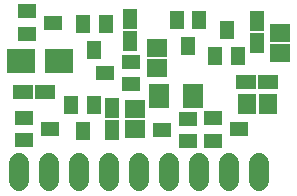
<source format=gts>
G75*
%MOIN*%
%OFA0B0*%
%FSLAX24Y24*%
%IPPOS*%
%LPD*%
%AMOC8*
5,1,8,0,0,1.08239X$1,22.5*
%
%ADD10C,0.0680*%
%ADD11R,0.0474X0.0671*%
%ADD12R,0.0671X0.0474*%
%ADD13R,0.0710X0.0789*%
%ADD14R,0.0592X0.0671*%
%ADD15R,0.0671X0.0592*%
%ADD16R,0.0926X0.0789*%
%ADD17R,0.0474X0.0631*%
%ADD18R,0.0631X0.0474*%
D10*
X004530Y004777D02*
X004530Y005377D01*
X005530Y005377D02*
X005530Y004777D01*
X006530Y004777D02*
X006530Y005377D01*
X007530Y005377D02*
X007530Y004777D01*
X008530Y004777D02*
X008530Y005377D01*
X009530Y005377D02*
X009530Y004777D01*
X010530Y004777D02*
X010530Y005377D01*
X011530Y005377D02*
X011530Y004777D01*
X012530Y004777D02*
X012530Y005377D01*
D11*
X012459Y009384D03*
X012459Y010124D03*
X008219Y010195D03*
X008219Y009455D03*
X007629Y007211D03*
X007629Y006471D03*
D12*
X005400Y007735D03*
X004660Y007735D03*
X012093Y008097D03*
X012833Y008097D03*
D13*
X010306Y007613D03*
X009203Y007613D03*
D14*
X012136Y007333D03*
X012806Y007333D03*
D15*
X013235Y009058D03*
X013235Y009727D03*
X009109Y009223D03*
X009109Y008554D03*
X008396Y007176D03*
X008396Y006506D03*
D16*
X005867Y008786D03*
X004587Y008786D03*
D17*
X006266Y007310D03*
X007014Y007310D03*
X006640Y006443D03*
X007034Y009160D03*
X006660Y010026D03*
X007408Y010026D03*
X009774Y010156D03*
X010522Y010156D03*
X010148Y009290D03*
X011069Y008963D03*
X011817Y008963D03*
X011443Y009829D03*
D18*
X010975Y006872D03*
X010975Y006124D03*
X010148Y006113D03*
X010148Y006861D03*
X009282Y006487D03*
X008255Y007998D03*
X008255Y008747D03*
X007388Y008372D03*
X005644Y010061D03*
X004778Y009687D03*
X004778Y010435D03*
X004672Y006896D03*
X004672Y006148D03*
X005538Y006522D03*
X011841Y006498D03*
M02*

</source>
